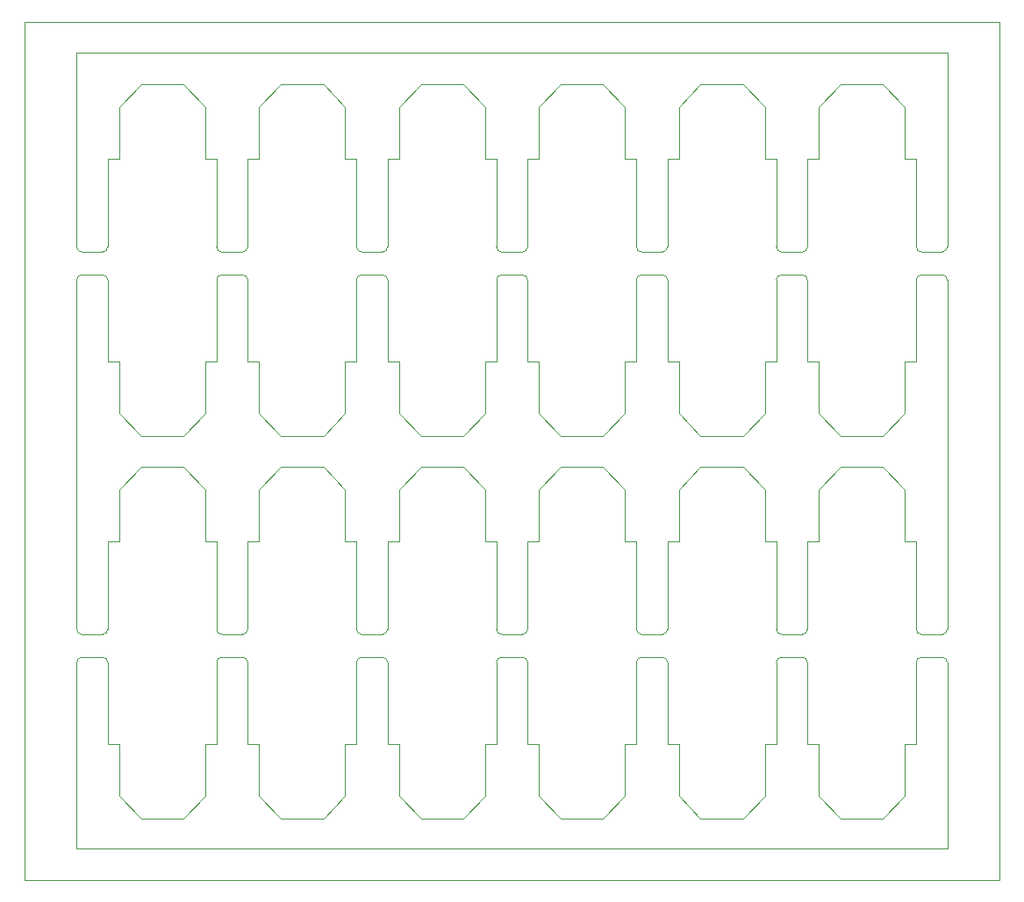
<source format=gbr>
G04 #@! TF.GenerationSoftware,KiCad,Pcbnew,(5.1.5)-3*
G04 #@! TF.CreationDate,2020-08-22T08:16:36+03:00*
G04 #@! TF.ProjectId,C5W LED series,43355720-4c45-4442-9073-65726965732e,rev?*
G04 #@! TF.SameCoordinates,Original*
G04 #@! TF.FileFunction,Profile,NP*
%FSLAX46Y46*%
G04 Gerber Fmt 4.6, Leading zero omitted, Abs format (unit mm)*
G04 Created by KiCad (PCBNEW (5.1.5)-3) date 2020-08-22 08:16:36*
%MOMM*%
%LPD*%
G04 APERTURE LIST*
%ADD10C,0.100000*%
G04 APERTURE END LIST*
D10*
X217000000Y-132800000D02*
X217000000Y-50000000D01*
X123000000Y-132800000D02*
X217000000Y-132800000D01*
X128000000Y-111800000D02*
X128000000Y-129800000D01*
X212000000Y-129800000D02*
X128000000Y-129800000D01*
X212000000Y-111800000D02*
X212000000Y-129800000D01*
X211500000Y-111300000D02*
G75*
G02X212000000Y-111800000I0J-500000D01*
G01*
X212000000Y-108600000D02*
G75*
G02X211500000Y-109100000I-500000J0D01*
G01*
X212000000Y-74900000D02*
X212000000Y-108600000D01*
X128000000Y-108600000D02*
X128000000Y-74900000D01*
X168500000Y-100150000D02*
X168500000Y-108600000D01*
X194400000Y-124650000D02*
X192300000Y-126850000D01*
X182000000Y-100150000D02*
X182000000Y-108600000D01*
X180900000Y-95150000D02*
X180900000Y-100150000D01*
X165300000Y-92950000D02*
X167400000Y-95150000D01*
X184500000Y-111300000D02*
G75*
G02X185000000Y-111800000I0J-500000D01*
G01*
X182500000Y-109100000D02*
G75*
G02X182000000Y-108600000I0J500000D01*
G01*
X178800000Y-126850000D02*
X174700000Y-126850000D01*
X174700000Y-126850000D02*
X172600000Y-124650000D01*
X171500000Y-108600000D02*
G75*
G02X171000000Y-109100000I-500000J0D01*
G01*
X169000000Y-111300000D02*
X171000000Y-111300000D01*
X180900000Y-119650000D02*
X180900000Y-124650000D01*
X178800000Y-92950000D02*
X180900000Y-95150000D01*
X171500000Y-119650000D02*
X172600000Y-119650000D01*
X182000000Y-119650000D02*
X180900000Y-119650000D01*
X158000000Y-108600000D02*
G75*
G02X157500000Y-109100000I-500000J0D01*
G01*
X182000000Y-111800000D02*
X182000000Y-119650000D01*
X195500000Y-100150000D02*
X194400000Y-100150000D01*
X157500000Y-111300000D02*
G75*
G02X158000000Y-111800000I0J-500000D01*
G01*
X172600000Y-95150000D02*
X174700000Y-92950000D01*
X167400000Y-124650000D02*
X165300000Y-126850000D01*
X185000000Y-111800000D02*
X185000000Y-119650000D01*
X184500000Y-109100000D02*
X182500000Y-109100000D01*
X168500000Y-100150000D02*
X167400000Y-100150000D01*
X195500000Y-111800000D02*
G75*
G02X196000000Y-111300000I500000J0D01*
G01*
X185000000Y-100150000D02*
X185000000Y-108600000D01*
X171500000Y-111800000D02*
X171500000Y-119650000D01*
X185000000Y-100150000D02*
X186100000Y-100150000D01*
X172600000Y-95150000D02*
X172600000Y-100150000D01*
X188200000Y-92950000D02*
X192300000Y-92950000D01*
X171500000Y-100150000D02*
X171500000Y-108600000D01*
X182000000Y-111800000D02*
G75*
G02X182500000Y-111300000I500000J0D01*
G01*
X172600000Y-119650000D02*
X172600000Y-124650000D01*
X171500000Y-100150000D02*
X172600000Y-100150000D01*
X171000000Y-109100000D02*
X169000000Y-109100000D01*
X171000000Y-111300000D02*
G75*
G02X171500000Y-111800000I0J-500000D01*
G01*
X186100000Y-119650000D02*
X186100000Y-124650000D01*
X182000000Y-100150000D02*
X180900000Y-100150000D01*
X186100000Y-95150000D02*
X186100000Y-100150000D01*
X180900000Y-124650000D02*
X178800000Y-126850000D01*
X174700000Y-92950000D02*
X178800000Y-92950000D01*
X151800000Y-92950000D02*
X153900000Y-95150000D01*
X144500000Y-108600000D02*
G75*
G02X144000000Y-109100000I-500000J0D01*
G01*
X153900000Y-124650000D02*
X151800000Y-126850000D01*
X141500000Y-111800000D02*
G75*
G02X142000000Y-111300000I500000J0D01*
G01*
X165300000Y-126850000D02*
X161200000Y-126850000D01*
X167400000Y-95150000D02*
X167400000Y-100150000D01*
X144000000Y-111300000D02*
G75*
G02X144500000Y-111800000I0J-500000D01*
G01*
X159100000Y-95150000D02*
X161200000Y-92950000D01*
X155500000Y-111300000D02*
X157500000Y-111300000D01*
X158000000Y-100150000D02*
X159100000Y-100150000D01*
X157500000Y-109100000D02*
X155500000Y-109100000D01*
X155000000Y-100150000D02*
X153900000Y-100150000D01*
X155000000Y-100150000D02*
X155000000Y-108600000D01*
X144500000Y-119650000D02*
X145600000Y-119650000D01*
X155000000Y-111800000D02*
X155000000Y-119650000D01*
X167400000Y-119650000D02*
X167400000Y-124650000D01*
X151800000Y-126850000D02*
X147700000Y-126850000D01*
X158000000Y-119650000D02*
X159100000Y-119650000D01*
X168500000Y-111800000D02*
X168500000Y-119650000D01*
X159100000Y-119650000D02*
X159100000Y-124650000D01*
X144500000Y-111800000D02*
X144500000Y-119650000D01*
X168500000Y-111800000D02*
G75*
G02X169000000Y-111300000I500000J0D01*
G01*
X161200000Y-92950000D02*
X165300000Y-92950000D01*
X144500000Y-100150000D02*
X144500000Y-108600000D01*
X145600000Y-95150000D02*
X147700000Y-92950000D01*
X145600000Y-119650000D02*
X145600000Y-124650000D01*
X145600000Y-95150000D02*
X145600000Y-100150000D01*
X142000000Y-111300000D02*
X144000000Y-111300000D01*
X158000000Y-100150000D02*
X158000000Y-108600000D01*
X155500000Y-109100000D02*
G75*
G02X155000000Y-108600000I0J500000D01*
G01*
X153900000Y-95150000D02*
X153900000Y-100150000D01*
X155000000Y-111800000D02*
G75*
G02X155500000Y-111300000I500000J0D01*
G01*
X147700000Y-126850000D02*
X145600000Y-124650000D01*
X144500000Y-100150000D02*
X145600000Y-100150000D01*
X155000000Y-119650000D02*
X153900000Y-119650000D01*
X141500000Y-111800000D02*
X141500000Y-119650000D01*
X147700000Y-92950000D02*
X151800000Y-92950000D01*
X144000000Y-109100000D02*
X142000000Y-109100000D01*
X158000000Y-111800000D02*
X158000000Y-119650000D01*
X168500000Y-119650000D02*
X167400000Y-119650000D01*
X159100000Y-95150000D02*
X159100000Y-100150000D01*
X142000000Y-109100000D02*
G75*
G02X141500000Y-108600000I0J500000D01*
G01*
X161200000Y-126850000D02*
X159100000Y-124650000D01*
X169000000Y-109100000D02*
G75*
G02X168500000Y-108600000I0J500000D01*
G01*
X153900000Y-119650000D02*
X153900000Y-124650000D01*
X194400000Y-119650000D02*
X194400000Y-124650000D01*
X182500000Y-111300000D02*
X184500000Y-111300000D01*
X198500000Y-111800000D02*
X198500000Y-119650000D01*
X209000000Y-100150000D02*
X207900000Y-100150000D01*
X207900000Y-95150000D02*
X207900000Y-100150000D01*
X209000000Y-100150000D02*
X209000000Y-108600000D01*
X199600000Y-95150000D02*
X199600000Y-100150000D01*
X192300000Y-126850000D02*
X188200000Y-126850000D01*
X195500000Y-111800000D02*
X195500000Y-119650000D01*
X199600000Y-95150000D02*
X201700000Y-92950000D01*
X198000000Y-109100000D02*
X196000000Y-109100000D01*
X209000000Y-111800000D02*
X209000000Y-119650000D01*
X195500000Y-119650000D02*
X194400000Y-119650000D01*
X198500000Y-119650000D02*
X199600000Y-119650000D01*
X198500000Y-100150000D02*
X198500000Y-108600000D01*
X185000000Y-108600000D02*
G75*
G02X184500000Y-109100000I-500000J0D01*
G01*
X194400000Y-95150000D02*
X194400000Y-100150000D01*
X198500000Y-108600000D02*
G75*
G02X198000000Y-109100000I-500000J0D01*
G01*
X185000000Y-119650000D02*
X186100000Y-119650000D01*
X207900000Y-119650000D02*
X207900000Y-124650000D01*
X205800000Y-126850000D02*
X201700000Y-126850000D01*
X209500000Y-109100000D02*
G75*
G02X209000000Y-108600000I0J500000D01*
G01*
X205800000Y-92950000D02*
X207900000Y-95150000D01*
X211500000Y-109100000D02*
X209500000Y-109100000D01*
X195500000Y-100150000D02*
X195500000Y-108600000D01*
X209500000Y-111300000D02*
X211500000Y-111300000D01*
X207900000Y-124650000D02*
X205800000Y-126850000D01*
X201700000Y-126850000D02*
X199600000Y-124650000D01*
X196000000Y-111300000D02*
X198000000Y-111300000D01*
X186100000Y-95150000D02*
X188200000Y-92950000D01*
X209000000Y-111800000D02*
G75*
G02X209500000Y-111300000I500000J0D01*
G01*
X201700000Y-92950000D02*
X205800000Y-92950000D01*
X196000000Y-109100000D02*
G75*
G02X195500000Y-108600000I0J500000D01*
G01*
X192300000Y-92950000D02*
X194400000Y-95150000D01*
X198500000Y-100150000D02*
X199600000Y-100150000D01*
X198000000Y-111300000D02*
G75*
G02X198500000Y-111800000I0J-500000D01*
G01*
X188200000Y-126850000D02*
X186100000Y-124650000D01*
X209000000Y-119650000D02*
X207900000Y-119650000D01*
X199600000Y-119650000D02*
X199600000Y-124650000D01*
X131000000Y-108600000D02*
G75*
G02X130500000Y-109100000I-500000J0D01*
G01*
X131000000Y-100150000D02*
X131000000Y-108600000D01*
X141500000Y-100150000D02*
X141500000Y-108600000D01*
X128500000Y-109100000D02*
G75*
G02X128000000Y-108600000I0J500000D01*
G01*
X130500000Y-111300000D02*
G75*
G02X131000000Y-111800000I0J-500000D01*
G01*
X128000000Y-111800000D02*
G75*
G02X128500000Y-111300000I500000J0D01*
G01*
X128500000Y-111300000D02*
X130500000Y-111300000D01*
X130500000Y-109100000D02*
X128500000Y-109100000D01*
X131000000Y-111800000D02*
X131000000Y-119650000D01*
X132100000Y-95150000D02*
X134200000Y-92950000D01*
X131000000Y-100150000D02*
X132100000Y-100150000D01*
X131000000Y-119650000D02*
X132100000Y-119650000D01*
X141500000Y-119650000D02*
X140400000Y-119650000D01*
X140400000Y-119650000D02*
X140400000Y-124650000D01*
X140400000Y-124650000D02*
X138300000Y-126850000D01*
X138300000Y-126850000D02*
X134200000Y-126850000D01*
X134200000Y-92950000D02*
X138300000Y-92950000D01*
X140400000Y-95150000D02*
X140400000Y-100150000D01*
X141500000Y-100150000D02*
X140400000Y-100150000D01*
X134200000Y-126850000D02*
X132100000Y-124650000D01*
X132100000Y-119650000D02*
X132100000Y-124650000D01*
X132100000Y-95150000D02*
X132100000Y-100150000D01*
X138300000Y-92950000D02*
X140400000Y-95150000D01*
X212000000Y-71700000D02*
X212000000Y-53000000D01*
X211500000Y-72200000D02*
X209500000Y-72200000D01*
X212000000Y-71700000D02*
G75*
G02X211500000Y-72200000I-500000J0D01*
G01*
X209500000Y-74400000D02*
X211500000Y-74400000D01*
X211500000Y-74400000D02*
G75*
G02X212000000Y-74900000I0J-500000D01*
G01*
X207900000Y-87750000D02*
X205800000Y-89950000D01*
X198000000Y-74400000D02*
G75*
G02X198500000Y-74900000I0J-500000D01*
G01*
X209000000Y-63250000D02*
X207900000Y-63250000D01*
X198500000Y-74900000D02*
X198500000Y-82750000D01*
X198000000Y-72200000D02*
X196000000Y-72200000D01*
X209000000Y-74900000D02*
G75*
G02X209500000Y-74400000I500000J0D01*
G01*
X198500000Y-63250000D02*
X198500000Y-71700000D01*
X198500000Y-63250000D02*
X199600000Y-63250000D01*
X201700000Y-56050000D02*
X205800000Y-56050000D01*
X199600000Y-82750000D02*
X199600000Y-87750000D01*
X199600000Y-58250000D02*
X199600000Y-63250000D01*
X207900000Y-82750000D02*
X207900000Y-87750000D01*
X196000000Y-74400000D02*
X198000000Y-74400000D01*
X205800000Y-89950000D02*
X201700000Y-89950000D01*
X209000000Y-74900000D02*
X209000000Y-82750000D01*
X209000000Y-82750000D02*
X207900000Y-82750000D01*
X198500000Y-71700000D02*
G75*
G02X198000000Y-72200000I-500000J0D01*
G01*
X207900000Y-58250000D02*
X207900000Y-63250000D01*
X198500000Y-82750000D02*
X199600000Y-82750000D01*
X209000000Y-63250000D02*
X209000000Y-71700000D01*
X199600000Y-58250000D02*
X201700000Y-56050000D01*
X209500000Y-72200000D02*
G75*
G02X209000000Y-71700000I0J500000D01*
G01*
X205800000Y-56050000D02*
X207900000Y-58250000D01*
X201700000Y-89950000D02*
X199600000Y-87750000D01*
X195500000Y-63250000D02*
X195500000Y-71700000D01*
X194400000Y-58250000D02*
X194400000Y-63250000D01*
X196000000Y-72200000D02*
G75*
G02X195500000Y-71700000I0J500000D01*
G01*
X192300000Y-89950000D02*
X188200000Y-89950000D01*
X188200000Y-89950000D02*
X186100000Y-87750000D01*
X185000000Y-71700000D02*
G75*
G02X184500000Y-72200000I-500000J0D01*
G01*
X182500000Y-74400000D02*
X184500000Y-74400000D01*
X194400000Y-82750000D02*
X194400000Y-87750000D01*
X192300000Y-56050000D02*
X194400000Y-58250000D01*
X185000000Y-82750000D02*
X186100000Y-82750000D01*
X195500000Y-82750000D02*
X194400000Y-82750000D01*
X195500000Y-74900000D02*
X195500000Y-82750000D01*
X186100000Y-58250000D02*
X188200000Y-56050000D01*
X185000000Y-74900000D02*
X185000000Y-82750000D01*
X186100000Y-58250000D02*
X186100000Y-63250000D01*
X185000000Y-63250000D02*
X185000000Y-71700000D01*
X195500000Y-74900000D02*
G75*
G02X196000000Y-74400000I500000J0D01*
G01*
X186100000Y-82750000D02*
X186100000Y-87750000D01*
X185000000Y-63250000D02*
X186100000Y-63250000D01*
X184500000Y-72200000D02*
X182500000Y-72200000D01*
X184500000Y-74400000D02*
G75*
G02X185000000Y-74900000I0J-500000D01*
G01*
X195500000Y-63250000D02*
X194400000Y-63250000D01*
X194400000Y-87750000D02*
X192300000Y-89950000D01*
X188200000Y-56050000D02*
X192300000Y-56050000D01*
X182000000Y-63250000D02*
X182000000Y-71700000D01*
X178800000Y-56050000D02*
X180900000Y-58250000D01*
X171500000Y-71700000D02*
G75*
G02X171000000Y-72200000I-500000J0D01*
G01*
X171000000Y-74400000D02*
G75*
G02X171500000Y-74900000I0J-500000D01*
G01*
X180900000Y-87750000D02*
X178800000Y-89950000D01*
X182000000Y-63250000D02*
X180900000Y-63250000D01*
X178800000Y-89950000D02*
X174700000Y-89950000D01*
X180900000Y-58250000D02*
X180900000Y-63250000D01*
X172600000Y-58250000D02*
X174700000Y-56050000D01*
X169000000Y-74400000D02*
X171000000Y-74400000D01*
X171500000Y-63250000D02*
X172600000Y-63250000D01*
X171000000Y-72200000D02*
X169000000Y-72200000D01*
X180900000Y-82750000D02*
X180900000Y-87750000D01*
X171500000Y-82750000D02*
X172600000Y-82750000D01*
X182000000Y-74900000D02*
X182000000Y-82750000D01*
X172600000Y-82750000D02*
X172600000Y-87750000D01*
X182000000Y-74900000D02*
G75*
G02X182500000Y-74400000I500000J0D01*
G01*
X174700000Y-56050000D02*
X178800000Y-56050000D01*
X171500000Y-63250000D02*
X171500000Y-71700000D01*
X171500000Y-74900000D02*
X171500000Y-82750000D01*
X182000000Y-82750000D02*
X180900000Y-82750000D01*
X172600000Y-58250000D02*
X172600000Y-63250000D01*
X174700000Y-89950000D02*
X172600000Y-87750000D01*
X182500000Y-72200000D02*
G75*
G02X182000000Y-71700000I0J500000D01*
G01*
X165300000Y-56050000D02*
X167400000Y-58250000D01*
X158000000Y-71700000D02*
G75*
G02X157500000Y-72200000I-500000J0D01*
G01*
X167400000Y-87750000D02*
X165300000Y-89950000D01*
X157500000Y-74400000D02*
G75*
G02X158000000Y-74900000I0J-500000D01*
G01*
X168500000Y-63250000D02*
X167400000Y-63250000D01*
X168500000Y-63250000D02*
X168500000Y-71700000D01*
X158000000Y-82750000D02*
X159100000Y-82750000D01*
X168500000Y-74900000D02*
X168500000Y-82750000D01*
X165300000Y-89950000D02*
X161200000Y-89950000D01*
X158000000Y-74900000D02*
X158000000Y-82750000D01*
X158000000Y-63250000D02*
X158000000Y-71700000D01*
X159100000Y-58250000D02*
X161200000Y-56050000D01*
X159100000Y-82750000D02*
X159100000Y-87750000D01*
X159100000Y-58250000D02*
X159100000Y-63250000D01*
X155500000Y-74400000D02*
X157500000Y-74400000D01*
X169000000Y-72200000D02*
G75*
G02X168500000Y-71700000I0J500000D01*
G01*
X167400000Y-58250000D02*
X167400000Y-63250000D01*
X168500000Y-74900000D02*
G75*
G02X169000000Y-74400000I500000J0D01*
G01*
X161200000Y-89950000D02*
X159100000Y-87750000D01*
X158000000Y-63250000D02*
X159100000Y-63250000D01*
X168500000Y-82750000D02*
X167400000Y-82750000D01*
X161200000Y-56050000D02*
X165300000Y-56050000D01*
X157500000Y-72200000D02*
X155500000Y-72200000D01*
X167400000Y-82750000D02*
X167400000Y-87750000D01*
X155000000Y-74900000D02*
G75*
G02X155500000Y-74400000I500000J0D01*
G01*
X155000000Y-74900000D02*
X155000000Y-82750000D01*
X155500000Y-72200000D02*
G75*
G02X155000000Y-71700000I0J500000D01*
G01*
X144500000Y-71700000D02*
G75*
G02X144000000Y-72200000I-500000J0D01*
G01*
X144500000Y-63250000D02*
X144500000Y-71700000D01*
X155000000Y-63250000D02*
X155000000Y-71700000D01*
X144000000Y-74400000D02*
G75*
G02X144500000Y-74900000I0J-500000D01*
G01*
X142000000Y-74400000D02*
X144000000Y-74400000D01*
X144000000Y-72200000D02*
X142000000Y-72200000D01*
X144500000Y-74900000D02*
X144500000Y-82750000D01*
X145600000Y-58250000D02*
X147700000Y-56050000D01*
X144500000Y-63250000D02*
X145600000Y-63250000D01*
X144500000Y-82750000D02*
X145600000Y-82750000D01*
X155000000Y-82750000D02*
X153900000Y-82750000D01*
X153900000Y-82750000D02*
X153900000Y-87750000D01*
X153900000Y-87750000D02*
X151800000Y-89950000D01*
X151800000Y-89950000D02*
X147700000Y-89950000D01*
X147700000Y-56050000D02*
X151800000Y-56050000D01*
X153900000Y-58250000D02*
X153900000Y-63250000D01*
X155000000Y-63250000D02*
X153900000Y-63250000D01*
X147700000Y-89950000D02*
X145600000Y-87750000D01*
X145600000Y-82750000D02*
X145600000Y-87750000D01*
X145600000Y-58250000D02*
X145600000Y-63250000D01*
X151800000Y-56050000D02*
X153900000Y-58250000D01*
X142000000Y-72200000D02*
G75*
G02X141500000Y-71700000I0J500000D01*
G01*
X141500000Y-74900000D02*
G75*
G02X142000000Y-74400000I500000J0D01*
G01*
X141500000Y-74900000D02*
X141500000Y-82750000D01*
X141500000Y-63250000D02*
X141500000Y-71700000D01*
X131000000Y-74900000D02*
X131000000Y-82750000D01*
X128000000Y-74900000D02*
G75*
G02X128500000Y-74400000I500000J0D01*
G01*
X130500000Y-74400000D02*
G75*
G02X131000000Y-74900000I0J-500000D01*
G01*
X128500000Y-74400000D02*
X130500000Y-74400000D01*
X128000000Y-71700000D02*
X128000000Y-53000000D01*
X128500000Y-72200000D02*
G75*
G02X128000000Y-71700000I0J500000D01*
G01*
X130500000Y-72200000D02*
X128500000Y-72200000D01*
X131000000Y-71700000D02*
G75*
G02X130500000Y-72200000I-500000J0D01*
G01*
X131000000Y-63250000D02*
X131000000Y-71700000D01*
X128000000Y-53000000D02*
X212000000Y-53000000D01*
X123000000Y-132800000D02*
X123000000Y-50000000D01*
X123000000Y-50000000D02*
X217000000Y-50000000D01*
X138300000Y-56050000D02*
X140400000Y-58250000D01*
X134200000Y-56050000D02*
X138300000Y-56050000D01*
X132100000Y-58250000D02*
X134200000Y-56050000D01*
X134200000Y-89950000D02*
X132100000Y-87750000D01*
X140400000Y-87750000D02*
X138300000Y-89950000D01*
X138300000Y-89950000D02*
X134200000Y-89950000D01*
X140400000Y-58250000D02*
X140400000Y-63250000D01*
X132100000Y-58250000D02*
X132100000Y-63250000D01*
X132100000Y-82750000D02*
X132100000Y-87750000D01*
X140400000Y-82750000D02*
X140400000Y-87750000D01*
X141500000Y-63250000D02*
X140400000Y-63250000D01*
X131000000Y-63250000D02*
X132100000Y-63250000D01*
X131000000Y-82750000D02*
X132100000Y-82750000D01*
X141500000Y-82750000D02*
X140400000Y-82750000D01*
M02*

</source>
